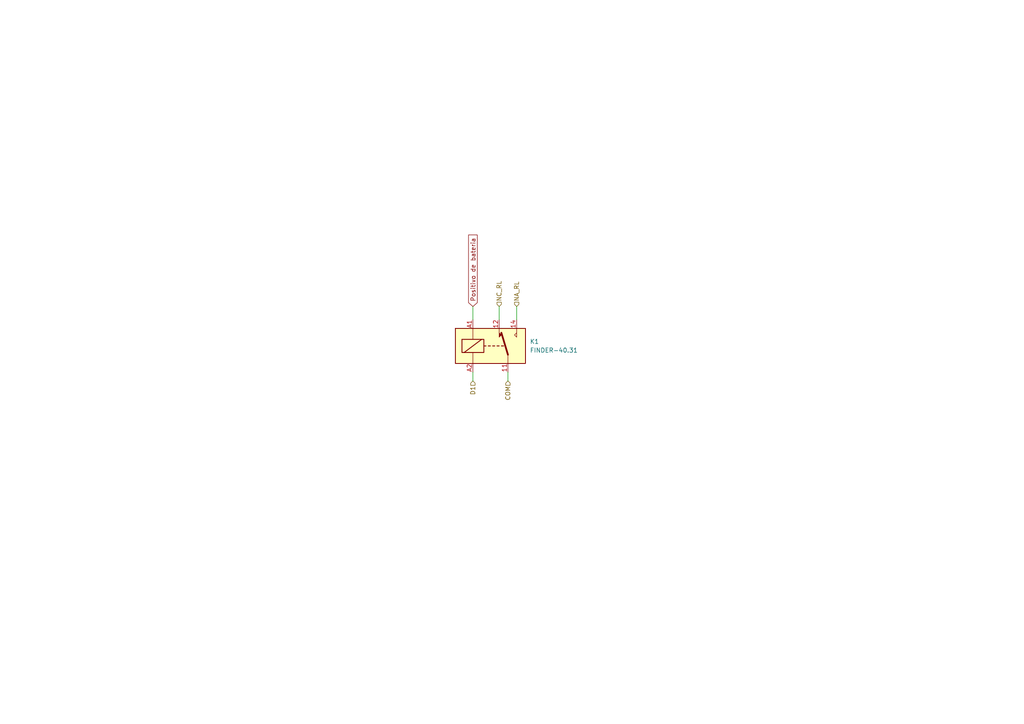
<source format=kicad_sch>
(kicad_sch (version 20230121) (generator eeschema)
  (paper "A4")
  (lib_symbols
    (symbol "Relay:FINDER-40.31"
      (property "Reference" "K" (at 11.43 3.81 0))
      (property "Value" "FINDER-40.31" (at 11.43 1.27 0))
      (symbol "FINDER-40.31_0_0"
        (polyline (pts (xy 7.62 5.08) (xy 7.62 2.54) (xy 6.985 3.175) (xy 7.62 3.81)))
      )
      (symbol "FINDER-40.31_0_1"
        (rectangle (start -10.16 5.08) (end 10.16 -5.08) (stroke (width 0.254)) (fill (type background)))
        (rectangle (start -8.255 1.905) (end -1.905 -1.905) (stroke (width 0.254)))
        (polyline (pts (xy -7.62 -1.905) (xy -2.54 1.905)) (stroke (width 0.254)))
        (polyline (pts (xy -5.08 -5.08) (xy -5.08 -1.905)))
        (polyline (pts (xy -5.08 5.08) (xy -5.08 1.905)))
        (polyline (pts (xy -1.905 0) (xy -1.27 0)) (stroke (width 0.254)))
        (polyline (pts (xy -0.635 0) (xy 0 0)) (stroke (width 0.254)))
        (polyline (pts (xy 0.635 0) (xy 1.27 0)) (stroke (width 0.254)))
        (polyline (pts (xy 1.905 0) (xy 2.54 0)) (stroke (width 0.254)))
        (polyline (pts (xy 3.175 0) (xy 3.81 0)) (stroke (width 0.254)))
        (polyline (pts (xy 5.08 -2.54) (xy 3.175 3.81)) (stroke (width 0.508)))
        (polyline (pts (xy 5.08 -2.54) (xy 5.08 -5.08)))
        (polyline (pts (xy 2.54 5.08) (xy 2.54 2.54) (xy 3.175 3.175) (xy 2.54 3.81)) (fill (type outline)))
      )
      (symbol "FINDER-40.31_1_1"
        (pin passive line (at 5.08 -7.62 90) (length 2.54) (name "~") (number "11"))
        (pin passive line (at 2.54 7.62 270) (length 2.54) (name "~") (number "12"))
        (pin passive line (at 7.62 7.62 270) (length 2.54) (name "~") (number "14"))
        (pin passive line (at -5.08 7.62 270) (length 2.54) (name "~") (number "A1"))
        (pin passive line (at -5.08 -7.62 90) (length 2.54) (name "~") (number "A2"))
      )
    )
  )
  (wire (pts (xy 149.86 92.71) (xy 149.86 88.9)))
  (wire (pts (xy 137.16 107.95) (xy 137.16 110.49)))
  (wire (pts (xy 144.78 88.9) (xy 144.78 92.71)))
  (wire (pts (xy 137.16 88.9) (xy 137.16 92.71)))
  (wire (pts (xy 147.32 107.95) (xy 147.32 110.49)))
  (global_label "Positivo de bateria" (shape input) (at 137.16 88.9 90) (property "Intersheetrefs" "${INTERSHEET_REFS}" (effects hide)))
  (hierarchical_label "NA_RL" (shape input) (at 149.86 88.9 90))
  (hierarchical_label "D1" (shape input) (at 137.16 110.49 270))
  (hierarchical_label "NC_RL" (shape input) (at 144.78 88.9 90))
  (hierarchical_label "COM" (shape input) (at 147.32 110.49 270))
  (symbol (lib_id "Relay:FINDER-40.31") (at 142.24 100.33 0) (unit 1)
    (property "Reference" "K1" (at 153.67 99.0599 0) (effects (justify left)))
    (property "Value" "FINDER-40.31" (at 153.67 101.5999 0) (effects (justify left)))
    (property "Footprint" "Relay_THT:Relay_SPDT_Finder_40.31" (effects hide))
    (property "Datasheet" "http://gfinder.findernet.com/assets/Series/353/S40EN.pdf" (effects hide))
  )
)
</source>
